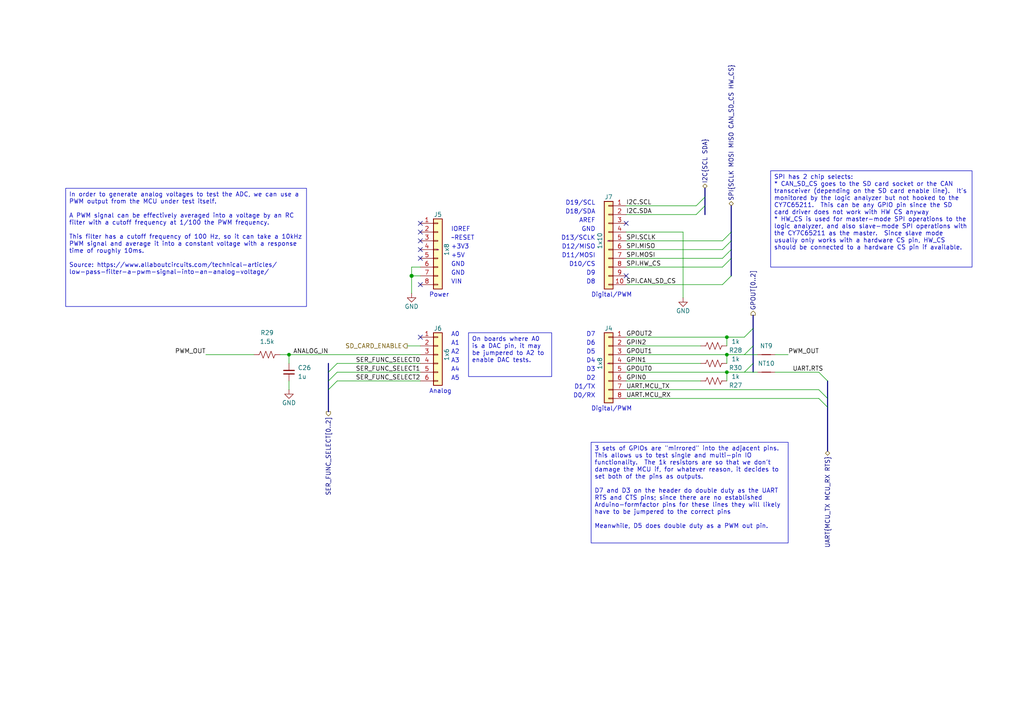
<source format=kicad_sch>
(kicad_sch (version 20231120) (generator "eeschema") (generator_version "8.0")
  (paper "A4")
  (title_block (title "Arduino Connector"))
  (lib_symbols
    (symbol "Connector_Generic:Conn_01x06" (pin_names (offset 1.016) hide)
      (property "Reference" "J" (at 0 7.62 0))
      (property "Value" "Conn_01x06" (at 0 -10.16 0))
      (symbol "Conn_01x06_1_1"
        (rectangle (start -1.27 -7.493) (end 0 -7.747) (stroke (width 0.1524)))
        (rectangle (start -1.27 -4.953) (end 0 -5.207) (stroke (width 0.1524)))
        (rectangle (start -1.27 -2.413) (end 0 -2.667) (stroke (width 0.1524)))
        (rectangle (start -1.27 0.127) (end 0 -0.127) (stroke (width 0.1524)))
        (rectangle (start -1.27 2.667) (end 0 2.413) (stroke (width 0.1524)))
        (rectangle (start -1.27 5.207) (end 0 4.953) (stroke (width 0.1524)))
        (rectangle (start -1.27 6.35) (end 1.27 -8.89) (stroke (width 0.254)) (fill (type background)))
        (pin passive line (at -5.08 5.08 0) (length 3.81) (name "Pin_1") (number "1"))
        (pin passive line (at -5.08 2.54 0) (length 3.81) (name "Pin_2") (number "2"))
        (pin passive line (at -5.08 0 0) (length 3.81) (name "Pin_3") (number "3"))
        (pin passive line (at -5.08 -2.54 0) (length 3.81) (name "Pin_4") (number "4"))
        (pin passive line (at -5.08 -5.08 0) (length 3.81) (name "Pin_5") (number "5"))
        (pin passive line (at -5.08 -7.62 0) (length 3.81) (name "Pin_6") (number "6"))
      )
    )
    (symbol "Connector_Generic:Conn_01x08" (pin_names (offset 1.016) hide)
      (property "Reference" "J" (at 0 10.16 0))
      (property "Value" "Conn_01x08" (at 0 -12.7 0))
      (symbol "Conn_01x08_1_1"
        (rectangle (start -1.27 -10.033) (end 0 -10.287) (stroke (width 0.1524)))
        (rectangle (start -1.27 -7.493) (end 0 -7.747) (stroke (width 0.1524)))
        (rectangle (start -1.27 -4.953) (end 0 -5.207) (stroke (width 0.1524)))
        (rectangle (start -1.27 -2.413) (end 0 -2.667) (stroke (width 0.1524)))
        (rectangle (start -1.27 0.127) (end 0 -0.127) (stroke (width 0.1524)))
        (rectangle (start -1.27 2.667) (end 0 2.413) (stroke (width 0.1524)))
        (rectangle (start -1.27 5.207) (end 0 4.953) (stroke (width 0.1524)))
        (rectangle (start -1.27 7.747) (end 0 7.493) (stroke (width 0.1524)))
        (rectangle (start -1.27 8.89) (end 1.27 -11.43) (stroke (width 0.254)) (fill (type background)))
        (pin passive line (at -5.08 7.62 0) (length 3.81) (name "Pin_1") (number "1"))
        (pin passive line (at -5.08 5.08 0) (length 3.81) (name "Pin_2") (number "2"))
        (pin passive line (at -5.08 2.54 0) (length 3.81) (name "Pin_3") (number "3"))
        (pin passive line (at -5.08 0 0) (length 3.81) (name "Pin_4") (number "4"))
        (pin passive line (at -5.08 -2.54 0) (length 3.81) (name "Pin_5") (number "5"))
        (pin passive line (at -5.08 -5.08 0) (length 3.81) (name "Pin_6") (number "6"))
        (pin passive line (at -5.08 -7.62 0) (length 3.81) (name "Pin_7") (number "7"))
        (pin passive line (at -5.08 -10.16 0) (length 3.81) (name "Pin_8") (number "8"))
      )
    )
    (symbol "Connector_Generic:Conn_01x10" (pin_names (offset 1.016) hide)
      (property "Reference" "J" (at 0 12.7 0))
      (property "Value" "Conn_01x10" (at 0 -15.24 0))
      (symbol "Conn_01x10_1_1"
        (rectangle (start -1.27 -12.573) (end 0 -12.827) (stroke (width 0.1524)))
        (rectangle (start -1.27 -10.033) (end 0 -10.287) (stroke (width 0.1524)))
        (rectangle (start -1.27 -7.493) (end 0 -7.747) (stroke (width 0.1524)))
        (rectangle (start -1.27 -4.953) (end 0 -5.207) (stroke (width 0.1524)))
        (rectangle (start -1.27 -2.413) (end 0 -2.667) (stroke (width 0.1524)))
        (rectangle (start -1.27 0.127) (end 0 -0.127) (stroke (width 0.1524)))
        (rectangle (start -1.27 2.667) (end 0 2.413) (stroke (width 0.1524)))
        (rectangle (start -1.27 5.207) (end 0 4.953) (stroke (width 0.1524)))
        (rectangle (start -1.27 7.747) (end 0 7.493) (stroke (width 0.1524)))
        (rectangle (start -1.27 10.287) (end 0 10.033) (stroke (width 0.1524)))
        (rectangle (start -1.27 11.43) (end 1.27 -13.97) (stroke (width 0.254)) (fill (type background)))
        (pin passive line (at -5.08 10.16 0) (length 3.81) (name "Pin_1") (number "1"))
        (pin passive line (at -5.08 -12.7 0) (length 3.81) (name "Pin_10") (number "10"))
        (pin passive line (at -5.08 7.62 0) (length 3.81) (name "Pin_2") (number "2"))
        (pin passive line (at -5.08 5.08 0) (length 3.81) (name "Pin_3") (number "3"))
        (pin passive line (at -5.08 2.54 0) (length 3.81) (name "Pin_4") (number "4"))
        (pin passive line (at -5.08 0 0) (length 3.81) (name "Pin_5") (number "5"))
        (pin passive line (at -5.08 -2.54 0) (length 3.81) (name "Pin_6") (number "6"))
        (pin passive line (at -5.08 -5.08 0) (length 3.81) (name "Pin_7") (number "7"))
        (pin passive line (at -5.08 -7.62 0) (length 3.81) (name "Pin_8") (number "8"))
        (pin passive line (at -5.08 -10.16 0) (length 3.81) (name "Pin_9") (number "9"))
      )
    )
    (symbol "Device:C_Small" (pin_numbers hide) (pin_names (offset 0.254) hide)
      (property "Reference" "C" (at 0.254 1.778 0))
      (property "Value" "C_Small" (at 0.254 -2.032 0))
      (symbol "C_Small_0_1"
        (polyline (pts (xy -1.524 -0.508) (xy 1.524 -0.508)) (stroke (width 0.3302)))
        (polyline (pts (xy -1.524 0.508) (xy 1.524 0.508)) (stroke (width 0.3048)))
      )
      (symbol "C_Small_1_1"
        (pin passive line (at 0 2.54 270) (length 2.032) (name "~") (number "1"))
        (pin passive line (at 0 -2.54 90) (length 2.032) (name "~") (number "2"))
      )
    )
    (symbol "Device:NetTie_2" (pin_numbers hide) (pin_names (offset 0) hide) (in_bom no)
      (property "Reference" "NT" (at 0 1.27 0))
      (property "Value" "NetTie_2" (at 0 -1.27 0))
      (symbol "NetTie_2_0_1"
        (polyline (pts (xy -1.27 0) (xy 1.27 0)) (stroke (width 0.254)))
      )
      (symbol "NetTie_2_1_1"
        (pin passive line (at -2.54 0 0) (length 2.54) (name "1") (number "1"))
        (pin passive line (at 2.54 0 180) (length 2.54) (name "2") (number "2"))
      )
    )
    (symbol "Device:R_US" (pin_numbers hide) (pin_names (offset 0))
      (property "Reference" "R" (at 2.54 0 90))
      (property "Value" "R_US" (at -2.54 0 90))
      (symbol "R_US_0_1"
        (polyline (pts (xy 0 -2.286) (xy 0 -2.54)))
        (polyline (pts (xy 0 2.286) (xy 0 2.54)))
        (polyline (pts (xy 0 -0.762) (xy 1.016 -1.143) (xy 0 -1.524) (xy -1.016 -1.905) (xy 0 -2.286)))
        (polyline (pts (xy 0 0.762) (xy 1.016 0.381) (xy 0 0) (xy -1.016 -0.381) (xy 0 -0.762)))
        (polyline (pts (xy 0 2.286) (xy 1.016 1.905) (xy 0 1.524) (xy -1.016 1.143) (xy 0 0.762)))
      )
      (symbol "R_US_1_1"
        (pin passive line (at 0 3.81 270) (length 1.27) (name "~") (number "1"))
        (pin passive line (at 0 -3.81 90) (length 1.27) (name "~") (number "2"))
      )
    )
    (symbol "power:GND" (power) (pin_numbers hide) (pin_names (offset 0) hide)
      (property "Value" "GND" (at 0 -3.81 0))
      (symbol "GND_0_1"
        (polyline (pts (xy 0 0) (xy 0 -1.27) (xy 1.27 -1.27) (xy 0 -2.54) (xy -1.27 -1.27) (xy 0 -1.27)))
      )
      (symbol "GND_1_1"
        (pin power_in line (at 0 0 270) (length 0) (name "~") (number "1"))
      )
    )
  )
  (junction (at 210.82 102.87))
  (junction (at 83.82 102.87))
  (junction (at 210.82 107.95))
  (junction (at 210.82 97.79))
  (junction (at 119.38 80.01) (diameter 1.016))
  (no_connect (at 121.92 74.93))
  (no_connect (at 121.92 97.79))
  (no_connect (at 181.61 80.01))
  (no_connect (at 121.92 67.31))
  (no_connect (at 121.92 82.55))
  (no_connect (at 181.61 64.77))
  (no_connect (at 121.92 69.85))
  (no_connect (at 121.92 64.77))
  (no_connect (at 121.92 72.39))
  (bus_entry (at 212.09 72.39) (size -2.54 2.54))
  (bus_entry (at 95.25 113.03) (size 2.54 -2.54))
  (bus_entry (at 218.44 100.33) (size -2.54 2.54))
  (bus_entry (at 212.09 67.31) (size -2.54 2.54))
  (bus_entry (at 240.03 118.11) (size -2.54 -2.54))
  (bus_entry (at 212.09 69.85) (size -2.54 2.54))
  (bus_entry (at 212.09 74.93) (size -2.54 2.54))
  (bus_entry (at 240.03 115.57) (size -2.54 -2.54))
  (bus_entry (at 95.25 107.95) (size 2.54 -2.54))
  (bus_entry (at 204.47 57.15) (size -2.54 2.54))
  (bus_entry (at 95.25 110.49) (size 2.54 -2.54))
  (bus_entry (at 218.44 105.41) (size -2.54 2.54))
  (bus_entry (at 212.09 80.01) (size -2.54 2.54))
  (bus_entry (at 204.47 59.69) (size -2.54 2.54))
  (bus_entry (at 218.44 95.25) (size -2.54 2.54))
  (bus_entry (at 240.03 110.49) (size -2.54 -2.54))
  (bus (pts (xy 95.25 110.49) (xy 95.25 113.03)))
  (wire (pts (xy 121.92 80.01) (xy 119.38 80.01)))
  (wire (pts (xy 121.92 77.47) (xy 119.38 77.47)))
  (wire (pts (xy 83.82 102.87) (xy 83.82 105.41)))
  (wire (pts (xy 181.61 62.23) (xy 201.93 62.23)))
  (wire (pts (xy 181.61 105.41) (xy 203.2 105.41)))
  (wire (pts (xy 59.69 102.87) (xy 73.66 102.87)))
  (wire (pts (xy 97.79 110.49) (xy 121.92 110.49)))
  (wire (pts (xy 210.82 97.79) (xy 181.61 97.79)))
  (wire (pts (xy 181.61 82.55) (xy 209.55 82.55)))
  (wire (pts (xy 181.61 113.03) (xy 237.49 113.03)))
  (wire (pts (xy 81.28 102.87) (xy 83.82 102.87)))
  (bus (pts (xy 240.03 118.11) (xy 240.03 130.81)))
  (wire (pts (xy 181.61 59.69) (xy 201.93 59.69)))
  (bus (pts (xy 218.44 105.41) (xy 218.44 107.95)))
  (wire (pts (xy 210.82 110.49) (xy 210.82 107.95)))
  (wire (pts (xy 181.61 77.47) (xy 209.55 77.47)))
  (wire (pts (xy 210.82 100.33) (xy 210.82 97.79)))
  (bus (pts (xy 240.03 110.49) (xy 240.03 115.57)))
  (wire (pts (xy 181.61 67.31) (xy 198.12 67.31)))
  (bus (pts (xy 218.44 100.33) (xy 218.44 105.41)))
  (wire (pts (xy 181.61 107.95) (xy 210.82 107.95)))
  (wire (pts (xy 181.61 102.87) (xy 210.82 102.87)))
  (bus (pts (xy 95.25 105.41) (xy 95.25 107.95)))
  (bus (pts (xy 212.09 72.39) (xy 212.09 74.93)))
  (bus (pts (xy 204.47 57.15) (xy 204.47 59.69)))
  (bus (pts (xy 218.44 91.44) (xy 218.44 95.25)))
  (wire (pts (xy 181.61 110.49) (xy 203.2 110.49)))
  (bus (pts (xy 212.09 74.93) (xy 212.09 80.01)))
  (wire (pts (xy 83.82 102.87) (xy 121.92 102.87)))
  (bus (pts (xy 212.09 69.85) (xy 212.09 72.39)))
  (bus (pts (xy 95.25 107.95) (xy 95.25 110.49)))
  (wire (pts (xy 210.82 97.79) (xy 215.9 97.79)))
  (bus (pts (xy 212.09 67.31) (xy 212.09 69.85)))
  (wire (pts (xy 119.38 77.47) (xy 119.38 80.01)))
  (wire (pts (xy 97.79 107.95) (xy 121.92 107.95)))
  (wire (pts (xy 119.38 80.01) (xy 119.38 85.09)))
  (wire (pts (xy 118.11 100.33) (xy 121.92 100.33)))
  (wire (pts (xy 224.79 107.95) (xy 237.49 107.95)))
  (wire (pts (xy 181.61 100.33) (xy 203.2 100.33)))
  (wire (pts (xy 181.61 72.39) (xy 209.55 72.39)))
  (bus (pts (xy 204.47 54.61) (xy 204.47 57.15)))
  (bus (pts (xy 95.25 113.03) (xy 95.25 119.38)))
  (wire (pts (xy 83.82 110.49) (xy 83.82 113.03)))
  (wire (pts (xy 210.82 107.95) (xy 215.9 107.95)))
  (wire (pts (xy 215.9 107.95) (xy 219.71 107.95)))
  (wire (pts (xy 210.82 102.87) (xy 215.9 102.87)))
  (wire (pts (xy 198.12 67.31) (xy 198.12 86.36)))
  (wire (pts (xy 224.79 102.87) (xy 228.6 102.87)))
  (bus (pts (xy 212.09 59.69) (xy 212.09 67.31)))
  (bus (pts (xy 240.03 115.57) (xy 240.03 118.11)))
  (wire (pts (xy 97.79 105.41) (xy 121.92 105.41)))
  (wire (pts (xy 215.9 102.87) (xy 219.71 102.87)))
  (wire (pts (xy 181.61 69.85) (xy 209.55 69.85)))
  (wire (pts (xy 210.82 105.41) (xy 210.82 102.87)))
  (wire (pts (xy 181.61 115.57) (xy 237.49 115.57)))
  (bus (pts (xy 204.47 59.69) (xy 204.47 62.23)))
  (bus (pts (xy 218.44 95.25) (xy 218.44 100.33)))
  (wire (pts (xy 181.61 74.93) (xy 209.55 74.93)))
  (text_box "On boards where A0 is a DAC pin, it may be jumpered to A2 to enable DAC tests." (at 135.89 96.52 0) (size 24.13 12.7) (effects (font (size 1.27 1.27)) (justify left top)))
  (text_box "In order to generate analog voltages to test the ADC, we can use a PWM output from the MCU under test itself.\n\nA PWM signal can be effectively averaged into a voltage by an RC filter with a cutoff frequency at 1/100 the PWM frequency.\n\nThis filter has a cutoff frequency of 100 Hz, so it can take a 10kHz PWM signal and average it into a constant voltage with a response time of roughly 10ms.\n\nSource: https://www.allaboutcircuits.com/technical-articles/\nlow-pass-filter-a-pwm-signal-into-an-analog-voltage/" (at 19.05 54.61 0) (size 69.85 34.29) (effects (font (size 1.27 1.27)) (justify left top)))
  (text_box "SPI has 2 chip selects:\n* CAN_SD_CS goes to the SD card socket or the CAN transceiver (depending on the SD card enable line).  It's monitored by the logic analyzer but not hooked to the CY7C65211.  This can be any GPIO pin since the SD card driver does not work with HW CS anyway\n* HW_CS is used for master-mode SPI operations to the logic analyzer, and also slave-mode SPI operations with the CY7C65211 as the master.  Since slave mode usually only works with a hardware CS pin, HW_CS should be connected to a hardware CS pin if available." (at 223.52 49.53 0) (size 58.42 27.94) (effects (font (size 1.27 1.27)) (justify left top)))
  (text_box "3 sets of GPIOs are \"mirrored\" into the adjacent pins.  This allows us to test single and multi-pin IO functionality.  The 1k resistors are so that we don't damage the MCU if, for whatever reason, it decides to set both of the pins as outputs.\n\nD7 and D3 on the header do double duty as the UART RTS and CTS pins; since there are no established Arduino-formfactor pins for these lines they will likely have to be jumpered to the correct pins\n\nMeanwhile, D5 does double duty as a PWM out pin." (at 171.45 128.27 0) (size 57.15 29.21) (effects (font (size 1.27 1.27)) (justify left top)))
  (text "~RESET" (at 130.81 69.85 0) (effects (font (size 1.27 1.27)) (justify left bottom)))
  (text "A3" (at 130.81 105.41 0) (effects (font (size 1.27 1.27)) (justify left bottom)))
  (text "A2" (at 130.81 102.87 0) (effects (font (size 1.27 1.27)) (justify left bottom)))
  (text "D7" (at 172.72 97.79 0) (effects (font (size 1.27 1.27)) (justify right bottom)))
  (text "D18/SDA" (at 172.72 62.23 0) (effects (font (size 1.27 1.27)) (justify right bottom)))
  (text "Analog" (at 124.46 114.3 0) (effects (font (size 1.27 1.27)) (justify left bottom)))
  (text "GND" (at 130.81 80.01 0) (effects (font (size 1.27 1.27)) (justify left bottom)))
  (text "GND" (at 130.81 77.47 0) (effects (font (size 1.27 1.27)) (justify left bottom)))
  (text "+3V3" (at 130.81 72.39 0) (effects (font (size 1.27 1.27)) (justify left bottom)))
  (text "Digital/PWM" (at 171.45 119.38 0) (effects (font (size 1.27 1.27)) (justify left bottom)))
  (text "D0/RX" (at 172.72 115.57 0) (effects (font (size 1.27 1.27)) (justify right bottom)))
  (text "D2" (at 172.72 110.49 0) (effects (font (size 1.27 1.27)) (justify right bottom)))
  (text "D9" (at 172.72 80.01 0) (effects (font (size 1.27 1.27)) (justify right bottom)))
  (text "Power" (at 124.46 86.36 0) (effects (font (size 1.27 1.27)) (justify left bottom)))
  (text "A4" (at 130.81 107.95 0) (effects (font (size 1.27 1.27)) (justify left bottom)))
  (text "D11/MOSI" (at 172.72 74.93 0) (effects (font (size 1.27 1.27)) (justify right bottom)))
  (text "A0" (at 130.81 97.79 0) (effects (font (size 1.27 1.27)) (justify left bottom)))
  (text "D13/SCLK" (at 172.72 69.85 0) (effects (font (size 1.27 1.27)) (justify right bottom)))
  (text "D1/TX" (at 172.72 113.03 0) (effects (font (size 1.27 1.27)) (justify right bottom)))
  (text "+5V" (at 130.81 74.93 0) (effects (font (size 1.27 1.27)) (justify left bottom)))
  (text "GND" (at 172.72 67.31 0) (effects (font (size 1.27 1.27)) (justify right bottom)))
  (text "D10/CS" (at 172.72 77.47 0) (effects (font (size 1.27 1.27)) (justify right bottom)))
  (text "D6" (at 172.72 100.33 0) (effects (font (size 1.27 1.27)) (justify right bottom)))
  (text "IOREF" (at 130.81 67.31 0) (effects (font (size 1.27 1.27)) (justify left bottom)))
  (text "D5" (at 172.72 102.87 0) (effects (font (size 1.27 1.27)) (justify right bottom)))
  (text "VIN" (at 130.81 82.55 0) (effects (font (size 1.27 1.27)) (justify left bottom)))
  (text "D3" (at 172.72 107.95 0) (effects (font (size 1.27 1.27)) (justify right bottom)))
  (text "A5" (at 130.81 110.49 0) (effects (font (size 1.27 1.27)) (justify left bottom)))
  (text "A1" (at 130.81 100.33 0) (effects (font (size 1.27 1.27)) (justify left bottom)))
  (text "D19/SCL" (at 172.72 59.69 0) (effects (font (size 1.27 1.27)) (justify right bottom)))
  (text "D4" (at 172.72 105.41 0) (effects (font (size 1.27 1.27)) (justify right bottom)))
  (text "AREF" (at 172.72 64.77 0) (effects (font (size 1.27 1.27)) (justify right bottom)))
  (text "D8" (at 172.72 82.55 0) (effects (font (size 1.27 1.27)) (justify right bottom)))
  (text "Digital/PWM" (at 171.45 86.36 0) (effects (font (size 1.27 1.27)) (justify left bottom)))
  (text "D12/MISO" (at 172.72 72.39 0) (effects (font (size 1.27 1.27)) (justify right bottom)))
  (label "GPIN0" (at 181.61 110.49 0))
  (label "SPI.MISO" (at 181.61 72.39 0))
  (label "I2C.SCL" (at 181.61 59.69 0))
  (label "PWM_OUT" (at 59.69 102.87 180))
  (label "SPI.MOSI" (at 181.61 74.93 0))
  (label "ANALOG_IN" (at 95.25 102.87 180))
  (label "GPOUT2" (at 181.61 97.79 0))
  (label "UART.RTS" (at 229.87 107.95 0))
  (label "GPOUT1" (at 181.61 102.87 0))
  (label "SPI.CAN_SD_CS" (at 181.61 82.55 0))
  (label "UART.MCU_TX" (at 181.61 113.03 0))
  (label "I2C.SDA" (at 181.61 62.23 0))
  (label "UART.MCU_RX" (at 181.61 115.57 0))
  (label "GPIN1" (at 181.61 105.41 0))
  (label "PWM_OUT" (at 228.6 102.87 0))
  (label "SER_FUNC_SELECT1" (at 121.92 107.95 180))
  (label "GPIN2" (at 181.61 100.33 0))
  (label "GPOUT0" (at 181.61 107.95 0))
  (label "SPI.HW_CS" (at 181.61 77.47 0))
  (label "SER_FUNC_SELECT0" (at 121.92 105.41 180))
  (label "SER_FUNC_SELECT2" (at 121.92 110.49 180))
  (label "SPI.SCLK" (at 181.61 69.85 0))
  (hierarchical_label "I2C{SCL SDA}" (shape bidirectional) (at 204.47 54.61 90))
  (hierarchical_label "GPOUT[0..2]" (shape output) (at 218.44 91.44 90))
  (hierarchical_label "UART{MCU_TX MCU_RX RTS}" (shape bidirectional) (at 240.03 130.81 270))
  (hierarchical_label "SPI{SCLK MOSI MISO CAN_SD_CS HW_CS}" (shape bidirectional) (at 212.09 59.69 90))
  (hierarchical_label "SER_FUNC_SELECT[0..2]" (shape output) (at 95.25 119.38 270))
  (hierarchical_label "SD_CARD_ENABLE" (shape output) (at 118.11 100.33 180))
  (symbol (lib_id "Connector_Generic:Conn_01x06") (at 127 102.87 0) (unit 1)
    (property "Reference" "J6" (at 127 95.25 0))
    (property "Value" "1x6" (at 129.54 102.87 90))
    (property "Footprint" "Connector_PinSocket_2.54mm:PinSocket_1x06_P2.54mm_Vertical" (effects (hide yes)))
    (property "Description" "Generic connector, single row, 01x06, script generated (kicad-library-utils/schlib/autogen/connector/)" (effects (hide yes)))
    (property "SKU" "SAM8865-ND" (effects (hide yes)))
    (property "Supplier" "Digi-Key" (effects (hide yes)))
    (property "LibRef" "HEADER_6x1_LONG_TAIL" (effects (hide yes)))
    (instances (project "mbed-ce-ci-shield-v2" (path "" (reference "J6") (unit 1))) (project "Arduino Uno Template" (path "" (reference "J3") (unit 1))))
  )
  (symbol (lib_id "power:GND") (at 83.82 113.03 0) (unit 1)
    (property "Reference" "#PWR054" (effects (hide yes)))
    (property "Value" "GND" (at 83.82 116.84 0))
    (property "Description" "Power symbol creates a global label with name \"GND\" , ground" (effects (hide yes)))
  )
  (symbol (lib_id "Connector_Generic:Conn_01x08") (at 176.53 105.41 0) (mirror y) (unit 1)
    (property "Reference" "J4" (at 176.53 95.25 0))
    (property "Value" "1x8" (at 173.99 105.41 90))
    (property "Footprint" "Connector_PinSocket_2.54mm:PinSocket_1x08_P2.54mm_Vertical" (effects (hide yes)))
    (property "Datasheet" "~" (at 176.53 105.41 0))
    (property "Description" "Generic connector, single row, 01x08, script generated (kicad-library-utils/schlib/autogen/connector/)" (effects (hide yes)))
    (property "SKU" "SAM8866-ND" (effects (hide yes)))
    (property "Supplier" "Digi-Key" (effects (hide yes)))
    (property "LibRef" "HEADER_8x1_LONG_TAIL" (effects (hide yes)))
  )
  (symbol (lib_id "Device:C_Small") (at 83.82 107.95 180) (unit 1)
    (property "Reference" "C26" (at 86.36 106.6736 0) (effects (justify right)))
    (property "Value" "1u" (at 86.36 109.2136 0) (effects (justify right)))
    (property "Footprint" "Capacitor_SMD:C_1206_3216Metric" (effects (hide yes)))
    (property "Description" "Unpolarized capacitor, small symbol" (effects (hide yes)))
    (property "Supplier" "Digi-Key" (effects (hide yes)))
    (property "LibRef" "CL31B105KBHNNNE" (effects (hide yes)))
  )
  (symbol (lib_id "Device:NetTie_2") (at 222.25 107.95 0) (unit 1) (in_bom no)
    (property "Reference" "NT10" (at 222.25 105.41 0))
    (property "Value" "NetTie_2" (effects (hide yes)))
    (property "Footprint" "NetTie:NetTie-2_SMD_Pad0.5mm" (effects (hide yes)))
    (property "Description" "Net tie, 2 pins" (effects (hide yes)))
  )
  (symbol (lib_id "Device:R_US") (at 207.01 105.41 90) (unit 1)
    (property "Reference" "R30" (at 213.36 106.68 90))
    (property "Value" "1k" (at 213.36 104.14 90))
    (property "Footprint" "Resistor_SMD:R_1206_3216Metric" (effects (hide yes)))
    (property "Description" "Resistor, US symbol" (effects (hide yes)))
    (property "Supplier" "Digi-Key" (effects (hide yes)))
    (property "LibRef" "ERJ-8ENF1001V" (effects (hide yes)))
    (property "SKU" "P1.00KFCT-ND" (effects (hide yes)))
  )
  (symbol (lib_id "Device:NetTie_2") (at 222.25 102.87 0) (unit 1) (in_bom no)
    (property "Reference" "NT9" (at 222.25 100.33 0))
    (property "Value" "NetTie_2" (effects (hide yes)))
    (property "Footprint" "NetTie:NetTie-2_SMD_Pad0.5mm" (effects (hide yes)))
    (property "Description" "Net tie, 2 pins" (effects (hide yes)))
  )
  (symbol (lib_id "power:GND") (at 198.12 86.36 0) (unit 1)
    (property "Reference" "#PWR064" (effects (hide yes)))
    (property "Value" "GND" (at 198.12 90.17 0))
    (property "Description" "Power symbol creates a global label with name \"GND\" , ground" (effects (hide yes)))
    (instances (project "mbed-ce-ci-shield-v2" (path "" (reference "#PWR064") (unit 1))) (project "Arduino Uno Template" (path "" (reference "#PWR05") (unit 1))))
  )
  (symbol (lib_id "Connector_Generic:Conn_01x08") (at 127 72.39 0) (unit 1)
    (property "Reference" "J5" (at 127 62.23 0))
    (property "Value" "1x8" (at 129.54 72.39 90))
    (property "Footprint" "Connector_PinSocket_2.54mm:PinSocket_1x08_P2.54mm_Vertical" (effects (hide yes)))
    (property "Datasheet" "~" (at 127 72.39 0))
    (property "Description" "Generic connector, single row, 01x08, script generated (kicad-library-utils/schlib/autogen/connector/)" (effects (hide yes)))
    (property "SKU" "SAM8866-ND" (effects (hide yes)))
    (property "Supplier" "Digi-Key" (effects (hide yes)))
    (property "LibRef" "HEADER_8x1_LONG_TAIL" (effects (hide yes)))
    (instances (project "mbed-ce-ci-shield-v2" (path "" (reference "J5") (unit 1))) (project "Arduino Uno Template" (path "" (reference "J1") (unit 1))))
  )
  (symbol (lib_id "Device:R_US") (at 77.47 102.87 270) (unit 1)
    (property "Reference" "R29" (at 77.47 96.52 90))
    (property "Value" "1.5k" (at 77.47 99.06 90))
    (property "Footprint" "Resistor_SMD:R_1206_3216Metric" (effects (hide yes)))
    (property "Description" "Resistor, US symbol" (effects (hide yes)))
    (property "Supplier" "Digi-Key" (effects (hide yes)))
    (property "LibRef" "RC1206FR-071K5L" (effects (hide yes)))
    (property "SKU" "311-1.50KFRCT-ND" (effects (hide yes)))
  )
  (symbol (lib_id "Connector_Generic:Conn_01x10") (at 176.53 69.85 0) (mirror y) (unit 1)
    (property "Reference" "J7" (at 176.53 57.15 0))
    (property "Value" "1x10" (at 173.99 69.85 90))
    (property "Footprint" "Connector_PinSocket_2.54mm:PinSocket_1x10_P2.54mm_Vertical" (effects (hide yes)))
    (property "Datasheet" "~" (at 176.53 69.85 0))
    (property "Description" "Generic connector, single row, 01x10, script generated (kicad-library-utils/schlib/autogen/connector/)" (effects (hide yes)))
    (property "SKU" "SSW-110-03-T-S-ND" (effects (hide yes)))
    (property "Supplier" "Digi-Key" (effects (hide yes)))
    (property "LibRef" "HEADER_10x1_LONG_TAIL" (effects (hide yes)))
    (instances (project "mbed-ce-ci-shield-v2" (path "" (reference "J7") (unit 1))) (project "Arduino Uno Template" (path "" (reference "J2") (unit 1))))
  )
  (symbol (lib_id "Device:R_US") (at 207.01 110.49 90) (unit 1)
    (property "Reference" "R27" (at 213.36 111.76 90))
    (property "Value" "1k" (at 213.36 109.22 90))
    (property "Footprint" "Resistor_SMD:R_1206_3216Metric" (effects (hide yes)))
    (property "Description" "Resistor, US symbol" (effects (hide yes)))
    (property "Supplier" "Digi-Key" (effects (hide yes)))
    (property "LibRef" "ERJ-8ENF1001V" (effects (hide yes)))
    (property "SKU" "P1.00KFCT-ND" (effects (hide yes)))
  )
  (symbol (lib_id "power:GND") (at 119.38 85.09 0) (unit 1)
    (property "Reference" "#PWR058" (effects (hide yes)))
    (property "Value" "GND" (at 119.38 88.9 0))
    (property "Description" "Power symbol creates a global label with name \"GND\" , ground" (effects (hide yes)))
    (instances (project "mbed-ce-ci-shield-v2" (path "" (reference "#PWR058") (unit 1))) (project "Arduino Uno Template" (path "" (reference "#PWR04") (unit 1))))
  )
  (symbol (lib_id "Device:R_US") (at 207.01 100.33 90) (unit 1)
    (property "Reference" "R28" (at 213.36 101.6 90))
    (property "Value" "1k" (at 213.36 99.06 90))
    (property "Footprint" "Resistor_SMD:R_1206_3216Metric" (effects (hide yes)))
    (property "Description" "Resistor, US symbol" (effects (hide yes)))
    (property "Supplier" "Digi-Key" (effects (hide yes)))
    (property "LibRef" "ERJ-8ENF1001V" (effects (hide yes)))
    (property "SKU" "P1.00KFCT-ND" (effects (hide yes)))
  )
)
</source>
